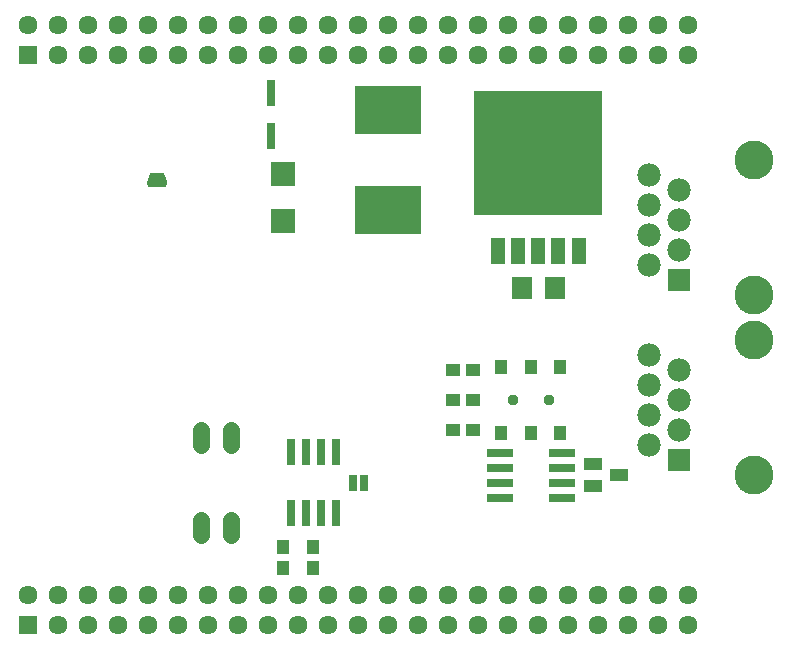
<source format=gts>
G75*
G70*
%OFA0B0*%
%FSLAX24Y24*%
%IPPOS*%
%LPD*%
%AMOC8*
5,1,8,0,0,1.08239X$1,22.5*
%
%ADD10R,0.0634X0.0634*%
%ADD11C,0.0634*%
%ADD12R,0.0280X0.0910*%
%ADD13R,0.0290X0.0540*%
%ADD14C,0.0560*%
%ADD15R,0.0910X0.0280*%
%ADD16C,0.0780*%
%ADD17R,0.0780X0.0780*%
%ADD18C,0.1300*%
%ADD19R,0.0473X0.0434*%
%ADD20R,0.0434X0.0493*%
%ADD21C,0.0375*%
%ADD22R,0.0591X0.0434*%
%ADD23R,0.4292X0.4138*%
%ADD24R,0.0460X0.0890*%
%ADD25R,0.2205X0.1615*%
%ADD26R,0.0827X0.0827*%
%ADD27R,0.0670X0.0749*%
%ADD28R,0.0296X0.0906*%
%ADD29R,0.0434X0.0473*%
%ADD30C,0.0000*%
%ADD31C,0.0001*%
D10*
X008000Y000880D03*
X008000Y019880D03*
D11*
X009000Y019880D03*
X010000Y019880D03*
X011000Y019880D03*
X012000Y019880D03*
X013000Y019880D03*
X014000Y019880D03*
X015000Y019880D03*
X016000Y019880D03*
X017000Y019880D03*
X018000Y019880D03*
X019000Y019880D03*
X020000Y019880D03*
X021000Y019880D03*
X022000Y019880D03*
X023000Y019880D03*
X024000Y019880D03*
X025000Y019880D03*
X026000Y019880D03*
X027000Y019880D03*
X028000Y019880D03*
X029000Y019880D03*
X030000Y019880D03*
X030000Y020880D03*
X029000Y020880D03*
X028000Y020880D03*
X027000Y020880D03*
X026000Y020880D03*
X025000Y020880D03*
X024000Y020880D03*
X023000Y020880D03*
X022000Y020880D03*
X021000Y020880D03*
X020000Y020880D03*
X019000Y020880D03*
X018000Y020880D03*
X017000Y020880D03*
X016000Y020880D03*
X015000Y020880D03*
X014000Y020880D03*
X013000Y020880D03*
X012000Y020880D03*
X011000Y020880D03*
X010000Y020880D03*
X009000Y020880D03*
X008000Y020880D03*
X008000Y001880D03*
X009000Y001880D03*
X010000Y001880D03*
X011000Y001880D03*
X012000Y001880D03*
X013000Y001880D03*
X014000Y001880D03*
X015000Y001880D03*
X016000Y001880D03*
X017000Y001880D03*
X018000Y001880D03*
X019000Y001880D03*
X020000Y001880D03*
X021000Y001880D03*
X022000Y001880D03*
X023000Y001880D03*
X024000Y001880D03*
X025000Y001880D03*
X026000Y001880D03*
X027000Y001880D03*
X028000Y001880D03*
X029000Y001880D03*
X030000Y001880D03*
X030000Y000880D03*
X029000Y000880D03*
X028000Y000880D03*
X027000Y000880D03*
X026000Y000880D03*
X025000Y000880D03*
X024000Y000880D03*
X023000Y000880D03*
X022000Y000880D03*
X021000Y000880D03*
X020000Y000880D03*
X019000Y000880D03*
X018000Y000880D03*
X017000Y000880D03*
X016000Y000880D03*
X015000Y000880D03*
X014000Y000880D03*
X013000Y000880D03*
X012000Y000880D03*
X011000Y000880D03*
X010000Y000880D03*
X009000Y000880D03*
D12*
X016750Y004600D03*
X017250Y004600D03*
X017750Y004600D03*
X018250Y004600D03*
X018250Y006660D03*
X017750Y006660D03*
X017250Y006660D03*
X016750Y006660D03*
D13*
X018823Y005630D03*
X019177Y005630D03*
D14*
X014750Y004390D02*
X014750Y003870D01*
X013750Y003870D02*
X013750Y004390D01*
X013750Y006870D02*
X013750Y007390D01*
X014750Y007390D02*
X014750Y006870D01*
D15*
X023720Y006630D03*
X023720Y006130D03*
X023720Y005630D03*
X023720Y005130D03*
X025780Y005130D03*
X025780Y005630D03*
X025780Y006130D03*
X025780Y006630D03*
D16*
X028690Y006880D03*
X029690Y007380D03*
X028690Y007880D03*
X029690Y008380D03*
X028690Y008880D03*
X029690Y009380D03*
X028690Y009880D03*
X028690Y012880D03*
X029690Y013380D03*
X028690Y013880D03*
X029690Y014380D03*
X028690Y014880D03*
X029690Y015380D03*
X028690Y015880D03*
D17*
X029690Y012380D03*
X029690Y006380D03*
D18*
X032190Y005880D03*
X032190Y010380D03*
X032190Y011880D03*
X032190Y016380D03*
D19*
X022835Y009380D03*
X022165Y009380D03*
X022165Y008380D03*
X022835Y008380D03*
X022835Y007380D03*
X022165Y007380D03*
D20*
X023766Y007268D03*
X024750Y007268D03*
X025734Y007268D03*
X025734Y009492D03*
X024750Y009492D03*
X023766Y009492D03*
D21*
X024159Y008380D03*
X025341Y008380D03*
D22*
X026817Y006254D03*
X027683Y005880D03*
X026817Y005506D03*
D23*
X025000Y016630D03*
D24*
X025000Y013350D03*
X024330Y013350D03*
X023660Y013350D03*
X025670Y013350D03*
X026340Y013350D03*
D25*
X020000Y014707D03*
X020000Y018053D03*
D26*
X016500Y015917D03*
X016500Y014343D03*
D27*
X024449Y012130D03*
X025551Y012130D03*
D28*
X016079Y017171D03*
X016079Y018628D03*
D29*
X016500Y003465D03*
X017500Y003465D03*
X017500Y002795D03*
X016500Y002795D03*
D30*
X012545Y015526D02*
X012002Y015526D01*
X011982Y015565D01*
X011967Y015600D01*
X011951Y015640D01*
X011967Y015679D01*
X011982Y015723D01*
X011998Y015766D01*
X012014Y015809D01*
X012030Y015852D01*
X012045Y015896D01*
X012061Y015935D01*
X012108Y015935D01*
X012486Y015935D01*
X012502Y015896D01*
X012518Y015852D01*
X012533Y015809D01*
X012549Y015766D01*
X012565Y015723D01*
X012581Y015679D01*
X012596Y015640D01*
X012577Y015600D01*
X012561Y015565D01*
X012545Y015526D01*
D31*
X012002Y015526D01*
X012001Y015527D02*
X012546Y015527D01*
X012546Y015528D02*
X012001Y015528D01*
X012000Y015529D02*
X012547Y015529D01*
X012547Y015530D02*
X012000Y015530D01*
X011999Y015531D02*
X012547Y015531D01*
X012548Y015532D02*
X011999Y015532D01*
X011998Y015533D02*
X012548Y015533D01*
X012549Y015534D02*
X011998Y015534D01*
X011997Y015535D02*
X012549Y015535D01*
X012549Y015536D02*
X011997Y015536D01*
X011996Y015537D02*
X012550Y015537D01*
X012550Y015538D02*
X011996Y015538D01*
X011995Y015539D02*
X012551Y015539D01*
X012551Y015540D02*
X011995Y015540D01*
X011994Y015541D02*
X012551Y015541D01*
X012552Y015542D02*
X011994Y015542D01*
X011993Y015543D02*
X012552Y015543D01*
X012553Y015544D02*
X011993Y015544D01*
X011992Y015545D02*
X012553Y015545D01*
X012553Y015546D02*
X011992Y015546D01*
X011991Y015547D02*
X012554Y015547D01*
X012554Y015548D02*
X011991Y015548D01*
X011990Y015549D02*
X012555Y015549D01*
X012555Y015550D02*
X011990Y015550D01*
X011989Y015551D02*
X012555Y015551D01*
X012556Y015552D02*
X011989Y015552D01*
X011988Y015553D02*
X012556Y015553D01*
X012557Y015554D02*
X011988Y015554D01*
X011987Y015555D02*
X012557Y015555D01*
X012557Y015556D02*
X011987Y015556D01*
X011986Y015557D02*
X012558Y015557D01*
X012558Y015558D02*
X011986Y015558D01*
X011985Y015559D02*
X012559Y015559D01*
X012559Y015560D02*
X011985Y015560D01*
X011984Y015561D02*
X012559Y015561D01*
X012560Y015562D02*
X011984Y015562D01*
X011983Y015563D02*
X012560Y015563D01*
X012561Y015564D02*
X011983Y015564D01*
X011982Y015565D02*
X012561Y015565D01*
X012561Y015566D02*
X011982Y015566D01*
X011982Y015567D02*
X012562Y015567D01*
X012562Y015568D02*
X011981Y015568D01*
X011981Y015569D02*
X012563Y015569D01*
X012563Y015570D02*
X011980Y015570D01*
X011980Y015571D02*
X012564Y015571D01*
X012564Y015572D02*
X011979Y015572D01*
X011979Y015573D02*
X012564Y015573D01*
X012565Y015574D02*
X011978Y015574D01*
X011978Y015575D02*
X012565Y015575D01*
X012566Y015576D02*
X011978Y015576D01*
X011977Y015577D02*
X012566Y015577D01*
X012567Y015578D02*
X011977Y015578D01*
X011976Y015579D02*
X012567Y015579D01*
X012568Y015580D02*
X011976Y015580D01*
X011975Y015581D02*
X012568Y015581D01*
X012568Y015582D02*
X011975Y015582D01*
X011974Y015583D02*
X012569Y015583D01*
X012569Y015584D02*
X011974Y015584D01*
X011974Y015585D02*
X012570Y015585D01*
X012570Y015586D02*
X011973Y015586D01*
X011973Y015587D02*
X012571Y015587D01*
X012571Y015588D02*
X011972Y015588D01*
X011972Y015589D02*
X012572Y015589D01*
X012572Y015590D02*
X011971Y015590D01*
X011971Y015591D02*
X012572Y015591D01*
X012573Y015592D02*
X011970Y015592D01*
X011970Y015593D02*
X012573Y015593D01*
X012574Y015594D02*
X011970Y015594D01*
X011969Y015595D02*
X012574Y015595D01*
X012575Y015596D02*
X011969Y015596D01*
X011968Y015597D02*
X012575Y015597D01*
X012576Y015598D02*
X011968Y015598D01*
X011967Y015599D02*
X012576Y015599D01*
X012576Y015600D02*
X011967Y015600D01*
X011966Y015601D02*
X012577Y015601D01*
X012577Y015602D02*
X011966Y015602D01*
X011966Y015603D02*
X012578Y015603D01*
X012578Y015604D02*
X011965Y015604D01*
X011965Y015605D02*
X012579Y015605D01*
X012579Y015606D02*
X011964Y015606D01*
X011964Y015607D02*
X012580Y015607D01*
X012580Y015608D02*
X011964Y015608D01*
X011963Y015609D02*
X012581Y015609D01*
X012581Y015610D02*
X011963Y015610D01*
X011962Y015611D02*
X012582Y015611D01*
X012582Y015612D02*
X011962Y015612D01*
X011962Y015613D02*
X012583Y015613D01*
X012583Y015614D02*
X011961Y015614D01*
X011961Y015615D02*
X012584Y015615D01*
X012584Y015616D02*
X011960Y015616D01*
X011960Y015617D02*
X012585Y015617D01*
X012585Y015618D02*
X011960Y015618D01*
X011959Y015619D02*
X012586Y015619D01*
X012586Y015620D02*
X011959Y015620D01*
X011958Y015621D02*
X012587Y015621D01*
X012587Y015622D02*
X011958Y015622D01*
X011958Y015623D02*
X012588Y015623D01*
X012588Y015624D02*
X011957Y015624D01*
X011957Y015625D02*
X012589Y015625D01*
X012589Y015626D02*
X011956Y015626D01*
X011956Y015627D02*
X012590Y015627D01*
X012590Y015628D02*
X011956Y015628D01*
X011955Y015629D02*
X012591Y015629D01*
X012591Y015630D02*
X011955Y015630D01*
X011954Y015631D02*
X012592Y015631D01*
X012592Y015632D02*
X011954Y015632D01*
X011954Y015633D02*
X012593Y015633D01*
X012593Y015634D02*
X011953Y015634D01*
X011953Y015635D02*
X012594Y015635D01*
X012594Y015636D02*
X011952Y015636D01*
X011952Y015637D02*
X012595Y015637D01*
X012595Y015638D02*
X011952Y015638D01*
X011951Y015639D02*
X012596Y015639D01*
X012596Y015640D02*
X011951Y015640D01*
X011951Y015641D02*
X012596Y015641D01*
X012596Y015642D02*
X011952Y015642D01*
X011952Y015643D02*
X012595Y015643D01*
X012595Y015644D02*
X011952Y015644D01*
X011953Y015645D02*
X012595Y015645D01*
X012594Y015646D02*
X011953Y015646D01*
X011954Y015647D02*
X012594Y015647D01*
X012593Y015648D02*
X011954Y015648D01*
X011954Y015649D02*
X012593Y015649D01*
X012593Y015650D02*
X011955Y015650D01*
X011955Y015651D02*
X012592Y015651D01*
X012592Y015652D02*
X011956Y015652D01*
X011956Y015653D02*
X012591Y015653D01*
X012591Y015654D02*
X011956Y015654D01*
X011957Y015655D02*
X012591Y015655D01*
X012590Y015656D02*
X011957Y015656D01*
X011958Y015657D02*
X012590Y015657D01*
X012589Y015658D02*
X011958Y015658D01*
X011958Y015659D02*
X012589Y015659D01*
X012589Y015660D02*
X011959Y015660D01*
X011959Y015661D02*
X012588Y015661D01*
X012588Y015662D02*
X011960Y015662D01*
X011960Y015663D02*
X012587Y015663D01*
X012587Y015664D02*
X011960Y015664D01*
X011961Y015665D02*
X012587Y015665D01*
X012586Y015666D02*
X011961Y015666D01*
X011962Y015667D02*
X012586Y015667D01*
X012585Y015668D02*
X011962Y015668D01*
X011962Y015669D02*
X012585Y015669D01*
X012585Y015670D02*
X011963Y015670D01*
X011963Y015671D02*
X012584Y015671D01*
X012584Y015672D02*
X011964Y015672D01*
X011964Y015673D02*
X012583Y015673D01*
X012583Y015674D02*
X011964Y015674D01*
X011965Y015675D02*
X012583Y015675D01*
X012582Y015676D02*
X011965Y015676D01*
X011966Y015677D02*
X012582Y015677D01*
X012581Y015678D02*
X011966Y015678D01*
X011966Y015679D02*
X012581Y015679D01*
X012581Y015680D02*
X011967Y015680D01*
X011967Y015681D02*
X012580Y015681D01*
X012580Y015682D02*
X011967Y015682D01*
X011968Y015683D02*
X012579Y015683D01*
X012579Y015684D02*
X011968Y015684D01*
X011969Y015685D02*
X012579Y015685D01*
X012578Y015686D02*
X011969Y015686D01*
X011969Y015687D02*
X012578Y015687D01*
X012578Y015688D02*
X011970Y015688D01*
X011970Y015689D02*
X012577Y015689D01*
X012577Y015690D02*
X011970Y015690D01*
X011971Y015691D02*
X012577Y015691D01*
X012576Y015692D02*
X011971Y015692D01*
X011971Y015693D02*
X012576Y015693D01*
X012575Y015694D02*
X011972Y015694D01*
X011972Y015695D02*
X012575Y015695D01*
X012575Y015696D02*
X011973Y015696D01*
X011973Y015697D02*
X012574Y015697D01*
X012574Y015698D02*
X011973Y015698D01*
X011974Y015699D02*
X012574Y015699D01*
X012573Y015700D02*
X011974Y015700D01*
X011974Y015701D02*
X012573Y015701D01*
X012573Y015702D02*
X011975Y015702D01*
X011975Y015703D02*
X012572Y015703D01*
X012572Y015704D02*
X011975Y015704D01*
X011976Y015705D02*
X012571Y015705D01*
X012571Y015706D02*
X011976Y015706D01*
X011977Y015707D02*
X012571Y015707D01*
X012570Y015708D02*
X011977Y015708D01*
X011977Y015709D02*
X012570Y015709D01*
X012570Y015710D02*
X011978Y015710D01*
X011978Y015711D02*
X012569Y015711D01*
X012569Y015712D02*
X011978Y015712D01*
X011979Y015713D02*
X012569Y015713D01*
X012568Y015714D02*
X011979Y015714D01*
X011979Y015715D02*
X012568Y015715D01*
X012567Y015716D02*
X011980Y015716D01*
X011980Y015717D02*
X012567Y015717D01*
X012567Y015718D02*
X011981Y015718D01*
X011981Y015719D02*
X012566Y015719D01*
X012566Y015720D02*
X011981Y015720D01*
X011982Y015721D02*
X012566Y015721D01*
X012565Y015722D02*
X011982Y015722D01*
X011982Y015723D02*
X012565Y015723D01*
X012565Y015724D02*
X011983Y015724D01*
X011983Y015725D02*
X012564Y015725D01*
X012564Y015726D02*
X011983Y015726D01*
X011984Y015727D02*
X012563Y015727D01*
X012563Y015728D02*
X011984Y015728D01*
X011985Y015729D02*
X012563Y015729D01*
X012562Y015730D02*
X011985Y015730D01*
X011985Y015731D02*
X012562Y015731D01*
X012562Y015732D02*
X011986Y015732D01*
X011986Y015733D02*
X012561Y015733D01*
X012561Y015734D02*
X011986Y015734D01*
X011987Y015735D02*
X012561Y015735D01*
X012560Y015736D02*
X011987Y015736D01*
X011987Y015737D02*
X012560Y015737D01*
X012559Y015738D02*
X011988Y015738D01*
X011988Y015739D02*
X012559Y015739D01*
X012559Y015740D02*
X011989Y015740D01*
X011989Y015741D02*
X012558Y015741D01*
X012558Y015742D02*
X011989Y015742D01*
X011990Y015743D02*
X012558Y015743D01*
X012557Y015744D02*
X011990Y015744D01*
X011990Y015745D02*
X012557Y015745D01*
X012557Y015746D02*
X011991Y015746D01*
X011991Y015747D02*
X012556Y015747D01*
X012556Y015748D02*
X011991Y015748D01*
X011992Y015749D02*
X012555Y015749D01*
X012555Y015750D02*
X011992Y015750D01*
X011992Y015751D02*
X012555Y015751D01*
X012554Y015752D02*
X011993Y015752D01*
X011993Y015753D02*
X012554Y015753D01*
X012554Y015754D02*
X011994Y015754D01*
X011994Y015755D02*
X012553Y015755D01*
X012553Y015756D02*
X011994Y015756D01*
X011995Y015757D02*
X012553Y015757D01*
X012552Y015758D02*
X011995Y015758D01*
X011995Y015759D02*
X012552Y015759D01*
X012551Y015760D02*
X011996Y015760D01*
X011996Y015761D02*
X012551Y015761D01*
X012551Y015762D02*
X011996Y015762D01*
X011997Y015763D02*
X012550Y015763D01*
X012550Y015764D02*
X011997Y015764D01*
X011998Y015765D02*
X012550Y015765D01*
X012549Y015766D02*
X011998Y015766D01*
X011998Y015767D02*
X012549Y015767D01*
X012549Y015768D02*
X011999Y015768D01*
X011999Y015769D02*
X012548Y015769D01*
X012548Y015770D02*
X011999Y015770D01*
X012000Y015771D02*
X012547Y015771D01*
X012547Y015772D02*
X012000Y015772D01*
X012000Y015773D02*
X012547Y015773D01*
X012546Y015774D02*
X012001Y015774D01*
X012001Y015775D02*
X012546Y015775D01*
X012546Y015776D02*
X012002Y015776D01*
X012002Y015777D02*
X012545Y015777D01*
X012545Y015778D02*
X012002Y015778D01*
X012003Y015779D02*
X012545Y015779D01*
X012544Y015780D02*
X012003Y015780D01*
X012003Y015781D02*
X012544Y015781D01*
X012543Y015782D02*
X012004Y015782D01*
X012004Y015783D02*
X012543Y015783D01*
X012543Y015784D02*
X012004Y015784D01*
X012005Y015785D02*
X012542Y015785D01*
X012542Y015786D02*
X012005Y015786D01*
X012006Y015787D02*
X012542Y015787D01*
X012541Y015788D02*
X012006Y015788D01*
X012006Y015789D02*
X012541Y015789D01*
X012541Y015790D02*
X012007Y015790D01*
X012007Y015791D02*
X012540Y015791D01*
X012540Y015792D02*
X012007Y015792D01*
X012008Y015793D02*
X012539Y015793D01*
X012539Y015794D02*
X012008Y015794D01*
X012008Y015795D02*
X012539Y015795D01*
X012538Y015796D02*
X012009Y015796D01*
X012009Y015797D02*
X012538Y015797D01*
X012538Y015798D02*
X012010Y015798D01*
X012010Y015799D02*
X012537Y015799D01*
X012537Y015800D02*
X012010Y015800D01*
X012011Y015801D02*
X012537Y015801D01*
X012536Y015802D02*
X012011Y015802D01*
X012011Y015803D02*
X012536Y015803D01*
X012535Y015804D02*
X012012Y015804D01*
X012012Y015805D02*
X012535Y015805D01*
X012535Y015806D02*
X012012Y015806D01*
X012013Y015807D02*
X012534Y015807D01*
X012534Y015808D02*
X012013Y015808D01*
X012014Y015809D02*
X012534Y015809D01*
X012533Y015810D02*
X012014Y015810D01*
X012014Y015811D02*
X012533Y015811D01*
X012533Y015812D02*
X012015Y015812D01*
X012015Y015813D02*
X012532Y015813D01*
X012532Y015814D02*
X012015Y015814D01*
X012016Y015815D02*
X012531Y015815D01*
X012531Y015816D02*
X012016Y015816D01*
X012016Y015817D02*
X012531Y015817D01*
X012530Y015818D02*
X012017Y015818D01*
X012017Y015819D02*
X012530Y015819D01*
X012530Y015820D02*
X012018Y015820D01*
X012018Y015821D02*
X012529Y015821D01*
X012529Y015822D02*
X012018Y015822D01*
X012019Y015823D02*
X012529Y015823D01*
X012528Y015824D02*
X012019Y015824D01*
X012019Y015825D02*
X012528Y015825D01*
X012528Y015826D02*
X012020Y015826D01*
X012020Y015827D02*
X012527Y015827D01*
X012527Y015828D02*
X012020Y015828D01*
X012021Y015829D02*
X012526Y015829D01*
X012526Y015830D02*
X012021Y015830D01*
X012022Y015831D02*
X012526Y015831D01*
X012525Y015832D02*
X012022Y015832D01*
X012022Y015833D02*
X012525Y015833D01*
X012525Y015834D02*
X012023Y015834D01*
X012023Y015835D02*
X012524Y015835D01*
X012524Y015836D02*
X012023Y015836D01*
X012024Y015837D02*
X012524Y015837D01*
X012523Y015838D02*
X012024Y015838D01*
X012024Y015839D02*
X012523Y015839D01*
X012522Y015840D02*
X012025Y015840D01*
X012025Y015841D02*
X012522Y015841D01*
X012522Y015842D02*
X012026Y015842D01*
X012026Y015843D02*
X012521Y015843D01*
X012521Y015844D02*
X012026Y015844D01*
X012027Y015845D02*
X012521Y015845D01*
X012520Y015846D02*
X012027Y015846D01*
X012027Y015847D02*
X012520Y015847D01*
X012520Y015848D02*
X012028Y015848D01*
X012028Y015849D02*
X012519Y015849D01*
X012519Y015850D02*
X012028Y015850D01*
X012029Y015851D02*
X012518Y015851D01*
X012518Y015852D02*
X012029Y015852D01*
X012030Y015853D02*
X012518Y015853D01*
X012517Y015854D02*
X012030Y015854D01*
X012030Y015855D02*
X012517Y015855D01*
X012517Y015856D02*
X012031Y015856D01*
X012031Y015857D02*
X012516Y015857D01*
X012516Y015858D02*
X012031Y015858D01*
X012032Y015859D02*
X012516Y015859D01*
X012515Y015860D02*
X012032Y015860D01*
X012032Y015861D02*
X012515Y015861D01*
X012514Y015862D02*
X012033Y015862D01*
X012033Y015863D02*
X012514Y015863D01*
X012034Y015863D01*
X012034Y015864D02*
X012513Y015864D01*
X012513Y015865D02*
X012034Y015865D01*
X012035Y015866D02*
X012513Y015866D01*
X012512Y015867D02*
X012035Y015867D01*
X012035Y015868D02*
X012512Y015868D01*
X012512Y015869D02*
X012036Y015869D01*
X012036Y015870D02*
X012511Y015870D01*
X012511Y015871D02*
X012036Y015871D01*
X012037Y015872D02*
X012510Y015872D01*
X012510Y015873D02*
X012037Y015873D01*
X012038Y015874D02*
X012510Y015874D01*
X012509Y015875D02*
X012038Y015875D01*
X012038Y015876D02*
X012509Y015876D01*
X012509Y015877D02*
X012039Y015877D01*
X012039Y015878D02*
X012508Y015878D01*
X012508Y015879D02*
X012039Y015879D01*
X012040Y015880D02*
X012508Y015880D01*
X012507Y015881D02*
X012040Y015881D01*
X012040Y015882D02*
X012507Y015882D01*
X012506Y015883D02*
X012041Y015883D01*
X012041Y015884D02*
X012506Y015884D01*
X012506Y015885D02*
X012042Y015885D01*
X012042Y015886D02*
X012505Y015886D01*
X012505Y015887D02*
X012042Y015887D01*
X012043Y015888D02*
X012505Y015888D01*
X012504Y015889D02*
X012043Y015889D01*
X012043Y015890D02*
X012504Y015890D01*
X012504Y015891D02*
X012044Y015891D01*
X012044Y015892D02*
X012503Y015892D01*
X012503Y015893D02*
X012044Y015893D01*
X012045Y015894D02*
X012502Y015894D01*
X012502Y015895D02*
X012045Y015895D01*
X012046Y015896D02*
X012502Y015896D01*
X012501Y015897D02*
X012046Y015897D01*
X012046Y015898D02*
X012501Y015898D01*
X012500Y015899D02*
X012047Y015899D01*
X012047Y015900D02*
X012500Y015900D01*
X012500Y015901D02*
X012048Y015901D01*
X012048Y015902D02*
X012499Y015902D01*
X012499Y015903D02*
X012048Y015903D01*
X012049Y015904D02*
X012498Y015904D01*
X012498Y015905D02*
X012049Y015905D01*
X012050Y015906D02*
X012498Y015906D01*
X012497Y015907D02*
X012050Y015907D01*
X012050Y015908D02*
X012497Y015908D01*
X012496Y015909D02*
X012051Y015909D01*
X012051Y015910D02*
X012496Y015910D01*
X012496Y015911D02*
X012052Y015911D01*
X012052Y015912D02*
X012495Y015912D01*
X012495Y015913D02*
X012052Y015913D01*
X012053Y015914D02*
X012494Y015914D01*
X012494Y015915D02*
X012053Y015915D01*
X012054Y015916D02*
X012494Y015916D01*
X012493Y015917D02*
X012054Y015917D01*
X012054Y015918D02*
X012493Y015918D01*
X012492Y015919D02*
X012055Y015919D01*
X012055Y015920D02*
X012492Y015920D01*
X012492Y015921D02*
X012056Y015921D01*
X012056Y015922D02*
X012491Y015922D01*
X012491Y015923D02*
X012056Y015923D01*
X012057Y015924D02*
X012490Y015924D01*
X012490Y015925D02*
X012057Y015925D01*
X012058Y015926D02*
X012490Y015926D01*
X012489Y015927D02*
X012058Y015927D01*
X012058Y015928D02*
X012489Y015928D01*
X012488Y015929D02*
X012059Y015929D01*
X012059Y015930D02*
X012488Y015930D01*
X012488Y015931D02*
X012060Y015931D01*
X012060Y015932D02*
X012487Y015932D01*
X012487Y015933D02*
X012060Y015933D01*
X012061Y015934D02*
X012486Y015934D01*
M02*

</source>
